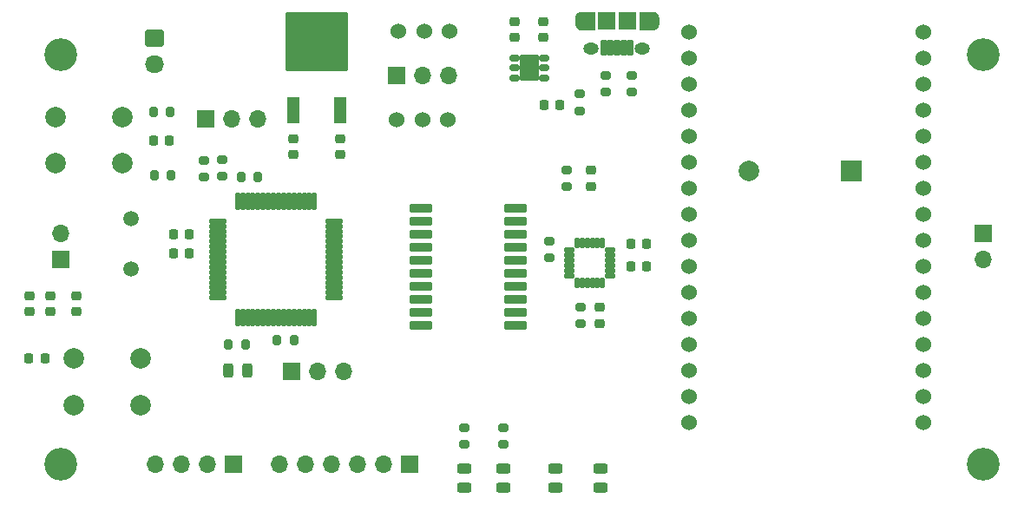
<source format=gts>
%TF.GenerationSoftware,KiCad,Pcbnew,8.0.5*%
%TF.CreationDate,2024-12-24T01:11:55+09:00*%
%TF.ProjectId,Balancing_robot,42616c61-6e63-4696-9e67-5f726f626f74,rev?*%
%TF.SameCoordinates,Original*%
%TF.FileFunction,Soldermask,Top*%
%TF.FilePolarity,Negative*%
%FSLAX46Y46*%
G04 Gerber Fmt 4.6, Leading zero omitted, Abs format (unit mm)*
G04 Created by KiCad (PCBNEW 8.0.5) date 2024-12-24 01:11:55*
%MOMM*%
%LPD*%
G01*
G04 APERTURE LIST*
G04 Aperture macros list*
%AMRoundRect*
0 Rectangle with rounded corners*
0 $1 Rounding radius*
0 $2 $3 $4 $5 $6 $7 $8 $9 X,Y pos of 4 corners*
0 Add a 4 corners polygon primitive as box body*
4,1,4,$2,$3,$4,$5,$6,$7,$8,$9,$2,$3,0*
0 Add four circle primitives for the rounded corners*
1,1,$1+$1,$2,$3*
1,1,$1+$1,$4,$5*
1,1,$1+$1,$6,$7*
1,1,$1+$1,$8,$9*
0 Add four rect primitives between the rounded corners*
20,1,$1+$1,$2,$3,$4,$5,0*
20,1,$1+$1,$4,$5,$6,$7,0*
20,1,$1+$1,$6,$7,$8,$9,0*
20,1,$1+$1,$8,$9,$2,$3,0*%
G04 Aperture macros list end*
%ADD10C,0.010000*%
%ADD11RoundRect,0.225000X0.250000X-0.225000X0.250000X0.225000X-0.250000X0.225000X-0.250000X-0.225000X0*%
%ADD12C,1.524000*%
%ADD13RoundRect,0.225000X-0.225000X-0.250000X0.225000X-0.250000X0.225000X0.250000X-0.225000X0.250000X0*%
%ADD14RoundRect,0.102000X0.200000X0.675000X-0.200000X0.675000X-0.200000X-0.675000X0.200000X-0.675000X0*%
%ADD15RoundRect,0.102000X0.750000X0.775000X-0.750000X0.775000X-0.750000X-0.775000X0.750000X-0.775000X0*%
%ADD16O,1.504000X1.154000*%
%ADD17C,3.200000*%
%ADD18RoundRect,0.060500X-0.776500X-0.181500X0.776500X-0.181500X0.776500X0.181500X-0.776500X0.181500X0*%
%ADD19RoundRect,0.060500X-0.181500X-0.776500X0.181500X-0.776500X0.181500X0.776500X-0.181500X0.776500X0*%
%ADD20C,2.000000*%
%ADD21RoundRect,0.225000X-0.250000X0.225000X-0.250000X-0.225000X0.250000X-0.225000X0.250000X0.225000X0*%
%ADD22RoundRect,0.243750X0.243750X0.456250X-0.243750X0.456250X-0.243750X-0.456250X0.243750X-0.456250X0*%
%ADD23R,1.700000X1.700000*%
%ADD24O,1.700000X1.700000*%
%ADD25RoundRect,0.200000X-0.200000X-0.275000X0.200000X-0.275000X0.200000X0.275000X-0.200000X0.275000X0*%
%ADD26RoundRect,0.200000X-0.275000X0.200000X-0.275000X-0.200000X0.275000X-0.200000X0.275000X0.200000X0*%
%ADD27RoundRect,0.200000X0.275000X-0.200000X0.275000X0.200000X-0.275000X0.200000X-0.275000X-0.200000X0*%
%ADD28RoundRect,0.250000X-0.675000X0.600000X-0.675000X-0.600000X0.675000X-0.600000X0.675000X0.600000X0*%
%ADD29O,1.850000X1.700000*%
%ADD30RoundRect,0.102000X-0.395000X-0.140000X0.395000X-0.140000X0.395000X0.140000X-0.395000X0.140000X0*%
%ADD31RoundRect,0.102000X-0.140000X-0.395000X0.140000X-0.395000X0.140000X0.395000X-0.140000X0.395000X0*%
%ADD32RoundRect,0.201000X-0.926000X-0.201000X0.926000X-0.201000X0.926000X0.201000X-0.926000X0.201000X0*%
%ADD33RoundRect,0.243750X-0.456250X0.243750X-0.456250X-0.243750X0.456250X-0.243750X0.456250X0.243750X0*%
%ADD34RoundRect,0.243750X0.456250X-0.243750X0.456250X0.243750X-0.456250X0.243750X-0.456250X-0.243750X0*%
%ADD35RoundRect,0.225000X0.225000X0.250000X-0.225000X0.250000X-0.225000X-0.250000X0.225000X-0.250000X0*%
%ADD36RoundRect,0.218750X0.256250X-0.218750X0.256250X0.218750X-0.256250X0.218750X-0.256250X-0.218750X0*%
%ADD37RoundRect,0.102000X-0.490000X-1.200000X0.490000X-1.200000X0.490000X1.200000X-0.490000X1.200000X0*%
%ADD38RoundRect,0.102000X-2.930000X-2.785000X2.930000X-2.785000X2.930000X2.785000X-2.930000X2.785000X0*%
%ADD39C,1.500000*%
%ADD40RoundRect,0.151000X-0.371000X-0.151000X0.371000X-0.151000X0.371000X0.151000X-0.371000X0.151000X0*%
%ADD41RoundRect,0.102000X-0.812500X-1.182500X0.812500X-1.182500X0.812500X1.182500X-0.812500X1.182500X0*%
%ADD42RoundRect,0.200000X0.200000X0.275000X-0.200000X0.275000X-0.200000X-0.275000X0.200000X-0.275000X0*%
%ADD43R,2.000000X2.000000*%
G04 APERTURE END LIST*
D10*
%TO.C,J4*%
X120002600Y-60709200D02*
X118757600Y-60709200D01*
X118726600Y-60708200D01*
X118694600Y-60706200D01*
X118663600Y-60702200D01*
X118632600Y-60696200D01*
X118602600Y-60689200D01*
X118572600Y-60680200D01*
X118542600Y-60669200D01*
X118513600Y-60657200D01*
X118485600Y-60644200D01*
X118457600Y-60629200D01*
X118430600Y-60612200D01*
X118404600Y-60594200D01*
X118379600Y-60575200D01*
X118356600Y-60555200D01*
X118333600Y-60533200D01*
X118311600Y-60510200D01*
X118291600Y-60487200D01*
X118272600Y-60462200D01*
X118254600Y-60436200D01*
X118237600Y-60409200D01*
X118222600Y-60381200D01*
X118209600Y-60353200D01*
X118197600Y-60324200D01*
X118186600Y-60294200D01*
X118177600Y-60264200D01*
X118170600Y-60234200D01*
X118164600Y-60203200D01*
X118160600Y-60172200D01*
X118158600Y-60140200D01*
X118157600Y-60109200D01*
X118157600Y-59559200D01*
X118158600Y-59528200D01*
X118160600Y-59496200D01*
X118164600Y-59465200D01*
X118170600Y-59434200D01*
X118177600Y-59404200D01*
X118186600Y-59374200D01*
X118197600Y-59344200D01*
X118209600Y-59315200D01*
X118222600Y-59287200D01*
X118237600Y-59259200D01*
X118254600Y-59232200D01*
X118272600Y-59206200D01*
X118291600Y-59181200D01*
X118311600Y-59158200D01*
X118333600Y-59135200D01*
X118356600Y-59113200D01*
X118379600Y-59093200D01*
X118404600Y-59074200D01*
X118430600Y-59056200D01*
X118457600Y-59039200D01*
X118485600Y-59024200D01*
X118513600Y-59011200D01*
X118542600Y-58999200D01*
X118572600Y-58988200D01*
X118602600Y-58979200D01*
X118632600Y-58972200D01*
X118663600Y-58966200D01*
X118694600Y-58962200D01*
X118726600Y-58960200D01*
X118757600Y-58959200D01*
X120002600Y-58959200D01*
X120002600Y-60709200D01*
G36*
X120002600Y-60709200D02*
G01*
X118757600Y-60709200D01*
X118726600Y-60708200D01*
X118694600Y-60706200D01*
X118663600Y-60702200D01*
X118632600Y-60696200D01*
X118602600Y-60689200D01*
X118572600Y-60680200D01*
X118542600Y-60669200D01*
X118513600Y-60657200D01*
X118485600Y-60644200D01*
X118457600Y-60629200D01*
X118430600Y-60612200D01*
X118404600Y-60594200D01*
X118379600Y-60575200D01*
X118356600Y-60555200D01*
X118333600Y-60533200D01*
X118311600Y-60510200D01*
X118291600Y-60487200D01*
X118272600Y-60462200D01*
X118254600Y-60436200D01*
X118237600Y-60409200D01*
X118222600Y-60381200D01*
X118209600Y-60353200D01*
X118197600Y-60324200D01*
X118186600Y-60294200D01*
X118177600Y-60264200D01*
X118170600Y-60234200D01*
X118164600Y-60203200D01*
X118160600Y-60172200D01*
X118158600Y-60140200D01*
X118157600Y-60109200D01*
X118157600Y-59559200D01*
X118158600Y-59528200D01*
X118160600Y-59496200D01*
X118164600Y-59465200D01*
X118170600Y-59434200D01*
X118177600Y-59404200D01*
X118186600Y-59374200D01*
X118197600Y-59344200D01*
X118209600Y-59315200D01*
X118222600Y-59287200D01*
X118237600Y-59259200D01*
X118254600Y-59232200D01*
X118272600Y-59206200D01*
X118291600Y-59181200D01*
X118311600Y-59158200D01*
X118333600Y-59135200D01*
X118356600Y-59113200D01*
X118379600Y-59093200D01*
X118404600Y-59074200D01*
X118430600Y-59056200D01*
X118457600Y-59039200D01*
X118485600Y-59024200D01*
X118513600Y-59011200D01*
X118542600Y-58999200D01*
X118572600Y-58988200D01*
X118602600Y-58979200D01*
X118632600Y-58972200D01*
X118663600Y-58966200D01*
X118694600Y-58962200D01*
X118726600Y-58960200D01*
X118757600Y-58959200D01*
X120002600Y-58959200D01*
X120002600Y-60709200D01*
G37*
X125678600Y-58960200D02*
X125710600Y-58962200D01*
X125741600Y-58966200D01*
X125772600Y-58972200D01*
X125802600Y-58979200D01*
X125832600Y-58988200D01*
X125862600Y-58999200D01*
X125891600Y-59011200D01*
X125919600Y-59024200D01*
X125947600Y-59039200D01*
X125974600Y-59056200D01*
X126000600Y-59074200D01*
X126025600Y-59093200D01*
X126048600Y-59113200D01*
X126071600Y-59135200D01*
X126093600Y-59158200D01*
X126113600Y-59181200D01*
X126132600Y-59206200D01*
X126150600Y-59232200D01*
X126167600Y-59259200D01*
X126182600Y-59287200D01*
X126195600Y-59315200D01*
X126207600Y-59344200D01*
X126218600Y-59374200D01*
X126227600Y-59404200D01*
X126234600Y-59434200D01*
X126240600Y-59465200D01*
X126244600Y-59496200D01*
X126246600Y-59528200D01*
X126247600Y-59559200D01*
X126247600Y-60109200D01*
X126246600Y-60140200D01*
X126244600Y-60172200D01*
X126240600Y-60203200D01*
X126234600Y-60234200D01*
X126227600Y-60264200D01*
X126218600Y-60294200D01*
X126207600Y-60324200D01*
X126195600Y-60353200D01*
X126182600Y-60381200D01*
X126167600Y-60409200D01*
X126150600Y-60436200D01*
X126132600Y-60462200D01*
X126113600Y-60487200D01*
X126093600Y-60510200D01*
X126071600Y-60533200D01*
X126048600Y-60555200D01*
X126025600Y-60575200D01*
X126000600Y-60594200D01*
X125974600Y-60612200D01*
X125947600Y-60629200D01*
X125919600Y-60644200D01*
X125891600Y-60657200D01*
X125862600Y-60669200D01*
X125832600Y-60680200D01*
X125802600Y-60689200D01*
X125772600Y-60696200D01*
X125741600Y-60702200D01*
X125710600Y-60706200D01*
X125678600Y-60708200D01*
X125647600Y-60709200D01*
X124402600Y-60709200D01*
X124402600Y-58959200D01*
X125647600Y-58959200D01*
X125678600Y-58960200D01*
G36*
X125678600Y-58960200D02*
G01*
X125710600Y-58962200D01*
X125741600Y-58966200D01*
X125772600Y-58972200D01*
X125802600Y-58979200D01*
X125832600Y-58988200D01*
X125862600Y-58999200D01*
X125891600Y-59011200D01*
X125919600Y-59024200D01*
X125947600Y-59039200D01*
X125974600Y-59056200D01*
X126000600Y-59074200D01*
X126025600Y-59093200D01*
X126048600Y-59113200D01*
X126071600Y-59135200D01*
X126093600Y-59158200D01*
X126113600Y-59181200D01*
X126132600Y-59206200D01*
X126150600Y-59232200D01*
X126167600Y-59259200D01*
X126182600Y-59287200D01*
X126195600Y-59315200D01*
X126207600Y-59344200D01*
X126218600Y-59374200D01*
X126227600Y-59404200D01*
X126234600Y-59434200D01*
X126240600Y-59465200D01*
X126244600Y-59496200D01*
X126246600Y-59528200D01*
X126247600Y-59559200D01*
X126247600Y-60109200D01*
X126246600Y-60140200D01*
X126244600Y-60172200D01*
X126240600Y-60203200D01*
X126234600Y-60234200D01*
X126227600Y-60264200D01*
X126218600Y-60294200D01*
X126207600Y-60324200D01*
X126195600Y-60353200D01*
X126182600Y-60381200D01*
X126167600Y-60409200D01*
X126150600Y-60436200D01*
X126132600Y-60462200D01*
X126113600Y-60487200D01*
X126093600Y-60510200D01*
X126071600Y-60533200D01*
X126048600Y-60555200D01*
X126025600Y-60575200D01*
X126000600Y-60594200D01*
X125974600Y-60612200D01*
X125947600Y-60629200D01*
X125919600Y-60644200D01*
X125891600Y-60657200D01*
X125862600Y-60669200D01*
X125832600Y-60680200D01*
X125802600Y-60689200D01*
X125772600Y-60696200D01*
X125741600Y-60702200D01*
X125710600Y-60706200D01*
X125678600Y-60708200D01*
X125647600Y-60709200D01*
X124402600Y-60709200D01*
X124402600Y-58959200D01*
X125647600Y-58959200D01*
X125678600Y-58960200D01*
G37*
%TD*%
D11*
%TO.C,C11*%
X66945000Y-88245000D03*
X66945000Y-86695000D03*
%TD*%
D12*
%TO.C,J7*%
X100895000Y-60835000D03*
X103395000Y-60835000D03*
X105895000Y-60835000D03*
%TD*%
D13*
%TO.C,C15*%
X115093600Y-68070000D03*
X116643600Y-68070000D03*
%TD*%
D14*
%TO.C,J4*%
X123502600Y-62509200D03*
X122852600Y-62509200D03*
X122202600Y-62509200D03*
X121552600Y-62509200D03*
X120902600Y-62509200D03*
D15*
X121202600Y-59834200D03*
X123202600Y-59834200D03*
D16*
X124702600Y-62534200D03*
X119702600Y-62534200D03*
%TD*%
D13*
%TO.C,C21*%
X77010000Y-71535000D03*
X78560000Y-71535000D03*
%TD*%
D17*
%TO.C,H1*%
X67935000Y-63145000D03*
%TD*%
D18*
%TO.C,U1*%
X83275000Y-79375000D03*
X83275000Y-79875000D03*
X83275000Y-80375000D03*
X83275000Y-80875000D03*
X83275000Y-81375000D03*
X83275000Y-81875000D03*
X83275000Y-82375000D03*
X83275000Y-82875000D03*
X83275000Y-83375000D03*
X83275000Y-83875000D03*
X83275000Y-84375000D03*
X83275000Y-84875000D03*
X83275000Y-85375000D03*
X83275000Y-85875000D03*
X83275000Y-86375000D03*
X83275000Y-86875000D03*
D19*
X85195000Y-88795000D03*
X85695000Y-88795000D03*
X86195000Y-88795000D03*
X86695000Y-88795000D03*
X87195000Y-88795000D03*
X87695000Y-88795000D03*
X88195000Y-88795000D03*
X88695000Y-88795000D03*
X89195000Y-88795000D03*
X89695000Y-88795000D03*
X90195000Y-88795000D03*
X90695000Y-88795000D03*
X91195000Y-88795000D03*
X91695000Y-88795000D03*
X92195000Y-88795000D03*
X92695000Y-88795000D03*
D18*
X94615000Y-86875000D03*
X94615000Y-86375000D03*
X94615000Y-85875000D03*
X94615000Y-85375000D03*
X94615000Y-84875000D03*
X94615000Y-84375000D03*
X94615000Y-83875000D03*
X94615000Y-83375000D03*
X94615000Y-82875000D03*
X94615000Y-82375000D03*
X94615000Y-81875000D03*
X94615000Y-81375000D03*
X94615000Y-80875000D03*
X94615000Y-80375000D03*
X94615000Y-79875000D03*
X94615000Y-79375000D03*
D19*
X92695000Y-77455000D03*
X92195000Y-77455000D03*
X91695000Y-77455000D03*
X91195000Y-77455000D03*
X90695000Y-77455000D03*
X90195000Y-77455000D03*
X89695000Y-77455000D03*
X89195000Y-77455000D03*
X88695000Y-77455000D03*
X88195000Y-77455000D03*
X87695000Y-77455000D03*
X87195000Y-77455000D03*
X86695000Y-77455000D03*
X86195000Y-77455000D03*
X85695000Y-77455000D03*
X85195000Y-77455000D03*
%TD*%
D20*
%TO.C,SW3*%
X75745000Y-97315000D03*
X69245000Y-97315000D03*
X75745000Y-92815000D03*
X69245000Y-92815000D03*
%TD*%
D21*
%TO.C,C19*%
X90621000Y-71352800D03*
X90621000Y-72902800D03*
%TD*%
D22*
%TO.C,D8*%
X86160000Y-93988750D03*
X84285000Y-93988750D03*
%TD*%
D23*
%TO.C,J9*%
X82040000Y-69415000D03*
D24*
X84580000Y-69415000D03*
X87120000Y-69415000D03*
%TD*%
D25*
%TO.C,R16*%
X85535000Y-75085000D03*
X87185000Y-75085000D03*
%TD*%
D26*
%TO.C,R14*%
X107283400Y-99547600D03*
X107283400Y-101197600D03*
%TD*%
D27*
%TO.C,R6*%
X115635000Y-82975000D03*
X115635000Y-81325000D03*
%TD*%
D28*
%TO.C,J5*%
X77105000Y-61575000D03*
D29*
X77105000Y-64075000D03*
%TD*%
D25*
%TO.C,R18*%
X76975000Y-68695000D03*
X78625000Y-68695000D03*
%TD*%
D21*
%TO.C,C3*%
X120491400Y-87825000D03*
X120491400Y-89375000D03*
%TD*%
D26*
%TO.C,R11*%
X121131000Y-65156000D03*
X121131000Y-66806000D03*
%TD*%
D11*
%TO.C,C13*%
X112215200Y-61465000D03*
X112215200Y-59915000D03*
%TD*%
D30*
%TO.C,U2*%
X117585000Y-82215000D03*
X117585000Y-82715000D03*
X117585000Y-83215000D03*
X117585000Y-83715000D03*
X117585000Y-84215000D03*
X117585000Y-84715000D03*
D31*
X118305000Y-85435000D03*
X118805000Y-85435000D03*
X119305000Y-85435000D03*
X119805000Y-85435000D03*
X120305000Y-85435000D03*
X120805000Y-85435000D03*
D30*
X121525000Y-84715000D03*
X121525000Y-84215000D03*
X121525000Y-83715000D03*
X121525000Y-83215000D03*
X121525000Y-82715000D03*
X121525000Y-82215000D03*
D31*
X120805000Y-81495000D03*
X120305000Y-81495000D03*
X119805000Y-81495000D03*
X119305000Y-81495000D03*
X118805000Y-81495000D03*
X118305000Y-81495000D03*
%TD*%
D26*
%TO.C,R10*%
X123641000Y-65156000D03*
X123641000Y-66806000D03*
%TD*%
%TO.C,R9*%
X118575000Y-66970000D03*
X118575000Y-68620000D03*
%TD*%
D27*
%TO.C,R2*%
X83685000Y-75020000D03*
X83685000Y-73370000D03*
%TD*%
D23*
%TO.C,J8*%
X90465000Y-94045000D03*
D24*
X93005000Y-94045000D03*
X95545000Y-94045000D03*
%TD*%
D32*
%TO.C,U8*%
X103040000Y-78132500D03*
X103040000Y-79402500D03*
X103040000Y-80672500D03*
X103040000Y-81942500D03*
X103040000Y-83212500D03*
X103040000Y-84482500D03*
X103040000Y-85752500D03*
X103040000Y-87022500D03*
X103040000Y-88292500D03*
X103040000Y-89562500D03*
X112350000Y-89562500D03*
X112350000Y-88292500D03*
X112350000Y-87022500D03*
X112350000Y-85752500D03*
X112350000Y-84482500D03*
X112350000Y-83212500D03*
X112350000Y-81942500D03*
X112350000Y-80672500D03*
X112350000Y-79402500D03*
X112350000Y-78132500D03*
%TD*%
D23*
%TO.C,M2*%
X157935000Y-80595000D03*
D24*
X157935000Y-83135000D03*
%TD*%
D33*
%TO.C,D3*%
X120593000Y-103549900D03*
X120593000Y-105424900D03*
%TD*%
D26*
%TO.C,R1*%
X81910000Y-73445000D03*
X81910000Y-75095000D03*
%TD*%
D34*
%TO.C,D2*%
X111144200Y-105424900D03*
X111144200Y-103549900D03*
%TD*%
D17*
%TO.C,H2*%
X157935000Y-103145000D03*
%TD*%
D23*
%TO.C,J14*%
X84825000Y-103145000D03*
D24*
X82285000Y-103145000D03*
X79745000Y-103145000D03*
X77205000Y-103145000D03*
%TD*%
D35*
%TO.C,C5*%
X125110000Y-81575000D03*
X123560000Y-81575000D03*
%TD*%
D36*
%TO.C,FB1*%
X69435000Y-88242500D03*
X69435000Y-86667500D03*
%TD*%
D26*
%TO.C,R7*%
X117335000Y-74380000D03*
X117335000Y-76030000D03*
%TD*%
D13*
%TO.C,C17*%
X78915000Y-80713000D03*
X80465000Y-80713000D03*
%TD*%
D37*
%TO.C,U5*%
X90635000Y-68535000D03*
X95195000Y-68535000D03*
D38*
X92915000Y-61865000D03*
%TD*%
D23*
%TO.C,J10*%
X101975000Y-103145000D03*
D24*
X99435000Y-103145000D03*
X96895000Y-103145000D03*
X94355000Y-103145000D03*
X91815000Y-103145000D03*
X89275000Y-103145000D03*
%TD*%
D12*
%TO.C,U3*%
X152139800Y-91395800D03*
X152139800Y-93935800D03*
X129279800Y-60915800D03*
X152139800Y-88855800D03*
X152139800Y-81235800D03*
X129279800Y-88855800D03*
X129279800Y-91395800D03*
X129279800Y-86315800D03*
X152139800Y-96475800D03*
X152139800Y-86315800D03*
X152139800Y-83775800D03*
X152139800Y-78695800D03*
X152139800Y-76155800D03*
X152139800Y-73615800D03*
X152139800Y-65995800D03*
X152139800Y-63455800D03*
X129279800Y-78695800D03*
X129279800Y-81235800D03*
X129279800Y-83775800D03*
X129279800Y-73615800D03*
X129279800Y-76155800D03*
X129279800Y-71075800D03*
X129279800Y-99015800D03*
X129279800Y-93935800D03*
X152139800Y-60915800D03*
X152139800Y-99015800D03*
X129279800Y-63455800D03*
X152139800Y-71075800D03*
X152139800Y-68535800D03*
X129279800Y-96475800D03*
X129279800Y-68535800D03*
X129279800Y-65995800D03*
%TD*%
D35*
%TO.C,C18*%
X66395000Y-92785000D03*
X64845000Y-92785000D03*
%TD*%
D13*
%TO.C,C2*%
X123560000Y-83785000D03*
X125110000Y-83785000D03*
%TD*%
D11*
%TO.C,C14*%
X115025000Y-61465000D03*
X115025000Y-59915000D03*
%TD*%
D34*
%TO.C,D1*%
X116224200Y-105424900D03*
X116224200Y-103549900D03*
%TD*%
D26*
%TO.C,R4*%
X118662600Y-87774200D03*
X118662600Y-89424200D03*
%TD*%
D17*
%TO.C,H3*%
X157935000Y-63145000D03*
%TD*%
D20*
%TO.C,SW2*%
X67465000Y-69225000D03*
X73965000Y-69225000D03*
X67465000Y-73725000D03*
X73965000Y-73725000D03*
%TD*%
D23*
%TO.C,M1*%
X67935000Y-83145000D03*
D24*
X67935000Y-80605000D03*
%TD*%
D11*
%TO.C,C9*%
X64915000Y-88242500D03*
X64915000Y-86692500D03*
%TD*%
D21*
%TO.C,C20*%
X95193000Y-71350000D03*
X95193000Y-72900000D03*
%TD*%
D11*
%TO.C,C4*%
X119645000Y-75995000D03*
X119645000Y-74445000D03*
%TD*%
D17*
%TO.C,H4*%
X67935000Y-103145000D03*
%TD*%
D39*
%TO.C,Y1*%
X74822200Y-79189000D03*
X74822200Y-84069000D03*
%TD*%
D12*
%TO.C,J1*%
X100725000Y-69515000D03*
X103225000Y-69515000D03*
X105725000Y-69515000D03*
%TD*%
D34*
%TO.C,D6*%
X107283400Y-105424900D03*
X107283400Y-103549900D03*
%TD*%
D25*
%TO.C,R15*%
X89060000Y-91025000D03*
X90710000Y-91025000D03*
%TD*%
D23*
%TO.C,J6*%
X100715200Y-65145000D03*
D24*
X103255200Y-65145000D03*
X105795200Y-65145000D03*
%TD*%
D13*
%TO.C,C16*%
X78924000Y-82541800D03*
X80474000Y-82541800D03*
%TD*%
D27*
%TO.C,R5*%
X111144200Y-101197600D03*
X111144200Y-99547600D03*
%TD*%
D25*
%TO.C,R17*%
X84287500Y-91438750D03*
X85937500Y-91438750D03*
%TD*%
D40*
%TO.C,U4*%
X112225200Y-63505400D03*
X112225200Y-64455400D03*
X112225200Y-65405400D03*
X115095200Y-65405400D03*
X115095200Y-64455400D03*
X115095200Y-63505400D03*
D41*
X113660200Y-64455400D03*
%TD*%
D42*
%TO.C,R13*%
X78730000Y-74895000D03*
X77080000Y-74895000D03*
%TD*%
D43*
%TO.C,BZ2*%
X145055000Y-74455000D03*
D20*
X135055000Y-74455000D03*
%TD*%
M02*

</source>
